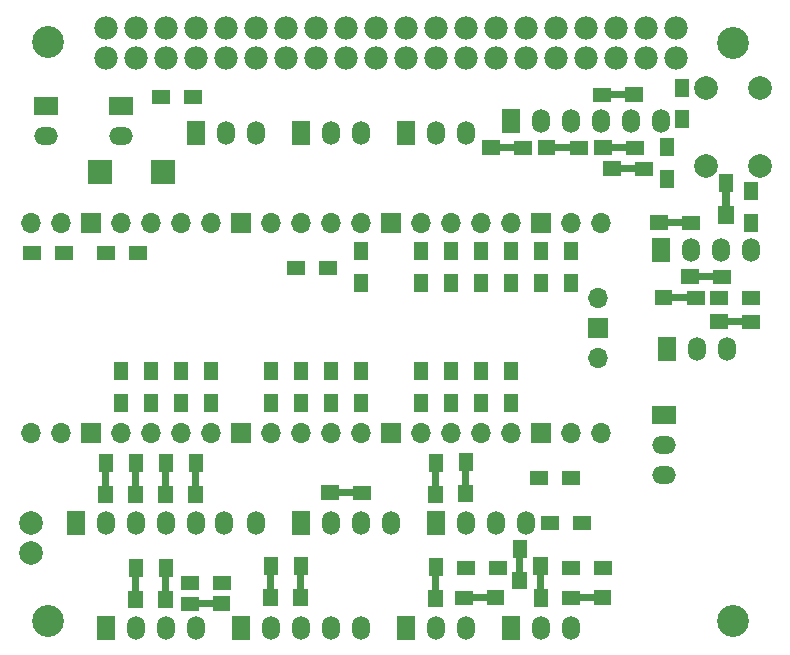
<source format=gbr>
%TF.GenerationSoftware,KiCad,Pcbnew,5.1.7-a382d34a8~87~ubuntu20.04.1*%
%TF.CreationDate,2021-04-14T12:00:42+02:00*%
%TF.ProjectId,pico_on_raspi,7069636f-5f6f-46e5-9f72-617370692e6b,rev?*%
%TF.SameCoordinates,Original*%
%TF.FileFunction,Soldermask,Bot*%
%TF.FilePolarity,Negative*%
%FSLAX46Y46*%
G04 Gerber Fmt 4.6, Leading zero omitted, Abs format (unit mm)*
G04 Created by KiCad (PCBNEW 5.1.7-a382d34a8~87~ubuntu20.04.1) date 2021-04-14 12:00:42*
%MOMM*%
%LPD*%
G01*
G04 APERTURE LIST*
%ADD10O,1.700000X1.700000*%
%ADD11R,1.700000X1.700000*%
%ADD12C,1.998980*%
%ADD13R,1.300000X1.500000*%
%ADD14C,0.100000*%
%ADD15R,1.500000X1.300000*%
%ADD16O,1.500000X1.998980*%
%ADD17R,1.500000X1.998980*%
%ADD18O,1.998980X1.500000*%
%ADD19R,1.998980X1.500000*%
%ADD20C,2.700000*%
%ADD21C,1.990000*%
%ADD22R,1.998980X1.998980*%
G04 APERTURE END LIST*
D10*
%TO.C,U1*%
X68580000Y-125730000D03*
X71120000Y-125730000D03*
D11*
X73660000Y-125730000D03*
D10*
X76200000Y-125730000D03*
X78740000Y-125730000D03*
X81280000Y-125730000D03*
X83820000Y-125730000D03*
D11*
X86360000Y-125730000D03*
D10*
X88900000Y-125730000D03*
X91440000Y-125730000D03*
X93980000Y-125730000D03*
X96520000Y-125730000D03*
D11*
X99060000Y-125730000D03*
D10*
X101600000Y-125730000D03*
X104140000Y-125730000D03*
X106680000Y-125730000D03*
X109220000Y-125730000D03*
D11*
X111760000Y-125730000D03*
D10*
X114300000Y-125730000D03*
X116840000Y-125730000D03*
X116840000Y-107950000D03*
X114300000Y-107950000D03*
D11*
X111760000Y-107950000D03*
D10*
X109220000Y-107950000D03*
X106680000Y-107950000D03*
X104140000Y-107950000D03*
X101600000Y-107950000D03*
D11*
X99060000Y-107950000D03*
D10*
X96520000Y-107950000D03*
X93980000Y-107950000D03*
X91440000Y-107950000D03*
X88900000Y-107950000D03*
D11*
X86360000Y-107950000D03*
D10*
X83820000Y-107950000D03*
X81280000Y-107950000D03*
X78740000Y-107950000D03*
X76200000Y-107950000D03*
D11*
X73660000Y-107950000D03*
D10*
X71120000Y-107950000D03*
X68580000Y-107950000D03*
X116610000Y-119380000D03*
D11*
X116610000Y-116840000D03*
D10*
X116610000Y-114300000D03*
%TD*%
D12*
%TO.C,SW1*%
X130302000Y-96520000D03*
X125730000Y-96520000D03*
X125730000Y-103124000D03*
X130302000Y-103124000D03*
%TD*%
D13*
%TO.C,R57*%
X122428000Y-104220000D03*
X122428000Y-101520000D03*
%TD*%
D14*
%TO.C,R51*%
G36*
X118526000Y-103074000D02*
G01*
X119888000Y-103074000D01*
X119897755Y-103074961D01*
X119907134Y-103077806D01*
X119915779Y-103082427D01*
X119923355Y-103088645D01*
X119929573Y-103096221D01*
X119934194Y-103104866D01*
X119937039Y-103114245D01*
X119938000Y-103124000D01*
X119938000Y-103632000D01*
X119937039Y-103641755D01*
X119934194Y-103651134D01*
X119929573Y-103659779D01*
X119923355Y-103667355D01*
X119915779Y-103673573D01*
X119907134Y-103678194D01*
X119897755Y-103681039D01*
X119888000Y-103682000D01*
X118526000Y-103682000D01*
X118526000Y-104028000D01*
X117026000Y-104028000D01*
X117026000Y-102728000D01*
X118526000Y-102728000D01*
X118526000Y-103074000D01*
G37*
D15*
X120476000Y-103378000D03*
%TD*%
D13*
%TO.C,R38*%
X114300000Y-113030000D03*
X114300000Y-110330000D03*
%TD*%
D14*
%TO.C,R31*%
G36*
X94650000Y-130506000D02*
G01*
X96012000Y-130506000D01*
X96021755Y-130506961D01*
X96031134Y-130509806D01*
X96039779Y-130514427D01*
X96047355Y-130520645D01*
X96053573Y-130528221D01*
X96058194Y-130536866D01*
X96061039Y-130546245D01*
X96062000Y-130556000D01*
X96062000Y-131064000D01*
X96061039Y-131073755D01*
X96058194Y-131083134D01*
X96053573Y-131091779D01*
X96047355Y-131099355D01*
X96039779Y-131105573D01*
X96031134Y-131110194D01*
X96021755Y-131113039D01*
X96012000Y-131114000D01*
X94650000Y-131114000D01*
X94650000Y-131460000D01*
X93150000Y-131460000D01*
X93150000Y-130160000D01*
X94650000Y-130160000D01*
X94650000Y-130506000D01*
G37*
D15*
X96600000Y-130810000D03*
%TD*%
D16*
%TO.C,J1*%
X82550000Y-133350000D03*
X80010000Y-133350000D03*
X77470000Y-133350000D03*
X74930000Y-133350000D03*
D17*
X72390000Y-133350000D03*
D16*
X87630000Y-133350000D03*
X84963000Y-133350000D03*
%TD*%
%TO.C,J6*%
X96520000Y-142240000D03*
X93980000Y-142240000D03*
X91440000Y-142240000D03*
X88900000Y-142240000D03*
D17*
X86360000Y-142240000D03*
%TD*%
D18*
%TO.C,J13*%
X76200000Y-100584000D03*
D19*
X76200000Y-98044000D03*
%TD*%
D15*
%TO.C,C2*%
X74930000Y-110490000D03*
X77630000Y-110490000D03*
%TD*%
D20*
%TO.C,H1*%
X70020460Y-92676540D03*
%TD*%
%TO.C,H2*%
X128013460Y-92712540D03*
%TD*%
%TO.C,H3*%
X70020460Y-141676540D03*
%TD*%
%TO.C,H4*%
X128020460Y-141676540D03*
%TD*%
D16*
%TO.C,J2*%
X82550000Y-142240000D03*
X80010000Y-142240000D03*
X77470000Y-142240000D03*
D17*
X74930000Y-142240000D03*
%TD*%
D16*
%TO.C,J3*%
X110490000Y-133350000D03*
X107950000Y-133350000D03*
X105410000Y-133350000D03*
D17*
X102870000Y-133350000D03*
%TD*%
D16*
%TO.C,J4*%
X105410000Y-142240000D03*
X102870000Y-142240000D03*
D17*
X100330000Y-142240000D03*
%TD*%
D16*
%TO.C,J5*%
X114300000Y-142240000D03*
X111760000Y-142240000D03*
D17*
X109220000Y-142240000D03*
%TD*%
D16*
%TO.C,J7*%
X99060000Y-133350000D03*
X96520000Y-133350000D03*
X93980000Y-133350000D03*
D17*
X91440000Y-133350000D03*
%TD*%
D12*
%TO.C,J8*%
X68580000Y-135890000D03*
X68580000Y-133350000D03*
%TD*%
D18*
%TO.C,J9*%
X122174000Y-129286000D03*
X122174000Y-126746000D03*
D19*
X122174000Y-124206000D03*
%TD*%
D16*
%TO.C,J14*%
X129540000Y-110236000D03*
X127000000Y-110236000D03*
X124460000Y-110236000D03*
D17*
X121920000Y-110236000D03*
%TD*%
D16*
%TO.C,J15*%
X87630000Y-100330000D03*
X85090000Y-100330000D03*
D17*
X82550000Y-100330000D03*
%TD*%
D16*
%TO.C,J16*%
X96520000Y-100330000D03*
X93980000Y-100330000D03*
D17*
X91440000Y-100330000D03*
%TD*%
D16*
%TO.C,J17*%
X127508000Y-118618000D03*
X124968000Y-118618000D03*
D17*
X122428000Y-118618000D03*
%TD*%
D16*
%TO.C,J18*%
X105410000Y-100330000D03*
X102870000Y-100330000D03*
D17*
X100330000Y-100330000D03*
%TD*%
D16*
%TO.C,J19*%
X121920000Y-99314000D03*
X119380000Y-99314000D03*
X116840000Y-99314000D03*
X114300000Y-99314000D03*
X111760000Y-99314000D03*
D17*
X109220000Y-99314000D03*
%TD*%
D21*
%TO.C,J20*%
X123187460Y-91442540D03*
X123187460Y-93982540D03*
X120647460Y-91442540D03*
X120647460Y-93982540D03*
X118107460Y-91442540D03*
X118107460Y-93982540D03*
X115567460Y-91442540D03*
X115567460Y-93982540D03*
X113027460Y-91442540D03*
X113027460Y-93982540D03*
X110487460Y-91442540D03*
X110487460Y-93982540D03*
X107947460Y-91442540D03*
X107947460Y-93982540D03*
X105407460Y-91442540D03*
X105407460Y-93982540D03*
X102867460Y-91442540D03*
X102867460Y-93982540D03*
X100327460Y-91442540D03*
X100327460Y-93982540D03*
X97787460Y-91442540D03*
X97787460Y-93982540D03*
X95247460Y-91442540D03*
X95247460Y-93982540D03*
X92707460Y-91442540D03*
X92707460Y-93982540D03*
X90167460Y-91442540D03*
X90167460Y-93982540D03*
X87627460Y-91442540D03*
X87627460Y-93982540D03*
X85087460Y-91442540D03*
X85087460Y-93982540D03*
X82547460Y-91442540D03*
X82547460Y-93982540D03*
X80007460Y-91442540D03*
X80007460Y-93982540D03*
X77467460Y-91442540D03*
X77467460Y-93982540D03*
X74927460Y-91442540D03*
X74927460Y-93982540D03*
%TD*%
D14*
%TO.C,R1*%
G36*
X83992000Y-140512000D02*
G01*
X82630000Y-140512000D01*
X82620245Y-140511039D01*
X82610866Y-140508194D01*
X82602221Y-140503573D01*
X82594645Y-140497355D01*
X82588427Y-140489779D01*
X82583806Y-140481134D01*
X82580961Y-140471755D01*
X82580000Y-140462000D01*
X82580000Y-139954000D01*
X82580961Y-139944245D01*
X82583806Y-139934866D01*
X82588427Y-139926221D01*
X82594645Y-139918645D01*
X82602221Y-139912427D01*
X82610866Y-139907806D01*
X82620245Y-139904961D01*
X82630000Y-139904000D01*
X83992000Y-139904000D01*
X83992000Y-139558000D01*
X85492000Y-139558000D01*
X85492000Y-140858000D01*
X83992000Y-140858000D01*
X83992000Y-140512000D01*
G37*
D15*
X82042000Y-140208000D03*
%TD*%
%TO.C,R2*%
X82042000Y-138430000D03*
X84742000Y-138430000D03*
%TD*%
D14*
%TO.C,R3*%
G36*
X109678000Y-137506000D02*
G01*
X109678000Y-136144000D01*
X109678961Y-136134245D01*
X109681806Y-136124866D01*
X109686427Y-136116221D01*
X109692645Y-136108645D01*
X109700221Y-136102427D01*
X109708866Y-136097806D01*
X109718245Y-136094961D01*
X109728000Y-136094000D01*
X110236000Y-136094000D01*
X110245755Y-136094961D01*
X110255134Y-136097806D01*
X110263779Y-136102427D01*
X110271355Y-136108645D01*
X110277573Y-136116221D01*
X110282194Y-136124866D01*
X110285039Y-136134245D01*
X110286000Y-136144000D01*
X110286000Y-137506000D01*
X110632000Y-137506000D01*
X110632000Y-139006000D01*
X109332000Y-139006000D01*
X109332000Y-137506000D01*
X109678000Y-137506000D01*
G37*
D13*
X109982000Y-135556000D03*
%TD*%
D15*
%TO.C,R4*%
X112522000Y-133350000D03*
X115222000Y-133350000D03*
%TD*%
D14*
%TO.C,R5*%
G36*
X107200000Y-140004000D02*
G01*
X105838000Y-140004000D01*
X105828245Y-140003039D01*
X105818866Y-140000194D01*
X105810221Y-139995573D01*
X105802645Y-139989355D01*
X105796427Y-139981779D01*
X105791806Y-139973134D01*
X105788961Y-139963755D01*
X105788000Y-139954000D01*
X105788000Y-139446000D01*
X105788961Y-139436245D01*
X105791806Y-139426866D01*
X105796427Y-139418221D01*
X105802645Y-139410645D01*
X105810221Y-139404427D01*
X105818866Y-139399806D01*
X105828245Y-139396961D01*
X105838000Y-139396000D01*
X107200000Y-139396000D01*
X107200000Y-139050000D01*
X108700000Y-139050000D01*
X108700000Y-140350000D01*
X107200000Y-140350000D01*
X107200000Y-140004000D01*
G37*
D15*
X105250000Y-139700000D03*
%TD*%
%TO.C,R6*%
X105410000Y-137160000D03*
X108110000Y-137160000D03*
%TD*%
D14*
%TO.C,R7*%
G36*
X116250000Y-140004000D02*
G01*
X114888000Y-140004000D01*
X114878245Y-140003039D01*
X114868866Y-140000194D01*
X114860221Y-139995573D01*
X114852645Y-139989355D01*
X114846427Y-139981779D01*
X114841806Y-139973134D01*
X114838961Y-139963755D01*
X114838000Y-139954000D01*
X114838000Y-139446000D01*
X114838961Y-139436245D01*
X114841806Y-139426866D01*
X114846427Y-139418221D01*
X114852645Y-139410645D01*
X114860221Y-139404427D01*
X114868866Y-139399806D01*
X114878245Y-139396961D01*
X114888000Y-139396000D01*
X116250000Y-139396000D01*
X116250000Y-139050000D01*
X117750000Y-139050000D01*
X117750000Y-140350000D01*
X116250000Y-140350000D01*
X116250000Y-140004000D01*
G37*
D15*
X114300000Y-139700000D03*
%TD*%
%TO.C,R8*%
X114300000Y-137160000D03*
X117000000Y-137160000D03*
%TD*%
D14*
%TO.C,R9*%
G36*
X74626000Y-130220000D02*
G01*
X74626000Y-128858000D01*
X74626961Y-128848245D01*
X74629806Y-128838866D01*
X74634427Y-128830221D01*
X74640645Y-128822645D01*
X74648221Y-128816427D01*
X74656866Y-128811806D01*
X74666245Y-128808961D01*
X74676000Y-128808000D01*
X75184000Y-128808000D01*
X75193755Y-128808961D01*
X75203134Y-128811806D01*
X75211779Y-128816427D01*
X75219355Y-128822645D01*
X75225573Y-128830221D01*
X75230194Y-128838866D01*
X75233039Y-128848245D01*
X75234000Y-128858000D01*
X75234000Y-130220000D01*
X75580000Y-130220000D01*
X75580000Y-131720000D01*
X74280000Y-131720000D01*
X74280000Y-130220000D01*
X74626000Y-130220000D01*
G37*
D13*
X74930000Y-128270000D03*
%TD*%
D14*
%TO.C,R10*%
G36*
X77166000Y-130220000D02*
G01*
X77166000Y-128858000D01*
X77166961Y-128848245D01*
X77169806Y-128838866D01*
X77174427Y-128830221D01*
X77180645Y-128822645D01*
X77188221Y-128816427D01*
X77196866Y-128811806D01*
X77206245Y-128808961D01*
X77216000Y-128808000D01*
X77724000Y-128808000D01*
X77733755Y-128808961D01*
X77743134Y-128811806D01*
X77751779Y-128816427D01*
X77759355Y-128822645D01*
X77765573Y-128830221D01*
X77770194Y-128838866D01*
X77773039Y-128848245D01*
X77774000Y-128858000D01*
X77774000Y-130220000D01*
X78120000Y-130220000D01*
X78120000Y-131720000D01*
X76820000Y-131720000D01*
X76820000Y-130220000D01*
X77166000Y-130220000D01*
G37*
D13*
X77470000Y-128270000D03*
%TD*%
D14*
%TO.C,R11*%
G36*
X79706000Y-130220000D02*
G01*
X79706000Y-128858000D01*
X79706961Y-128848245D01*
X79709806Y-128838866D01*
X79714427Y-128830221D01*
X79720645Y-128822645D01*
X79728221Y-128816427D01*
X79736866Y-128811806D01*
X79746245Y-128808961D01*
X79756000Y-128808000D01*
X80264000Y-128808000D01*
X80273755Y-128808961D01*
X80283134Y-128811806D01*
X80291779Y-128816427D01*
X80299355Y-128822645D01*
X80305573Y-128830221D01*
X80310194Y-128838866D01*
X80313039Y-128848245D01*
X80314000Y-128858000D01*
X80314000Y-130220000D01*
X80660000Y-130220000D01*
X80660000Y-131720000D01*
X79360000Y-131720000D01*
X79360000Y-130220000D01*
X79706000Y-130220000D01*
G37*
D13*
X80010000Y-128270000D03*
%TD*%
D14*
%TO.C,R12*%
G36*
X82246000Y-130220000D02*
G01*
X82246000Y-128858000D01*
X82246961Y-128848245D01*
X82249806Y-128838866D01*
X82254427Y-128830221D01*
X82260645Y-128822645D01*
X82268221Y-128816427D01*
X82276866Y-128811806D01*
X82286245Y-128808961D01*
X82296000Y-128808000D01*
X82804000Y-128808000D01*
X82813755Y-128808961D01*
X82823134Y-128811806D01*
X82831779Y-128816427D01*
X82839355Y-128822645D01*
X82845573Y-128830221D01*
X82850194Y-128838866D01*
X82853039Y-128848245D01*
X82854000Y-128858000D01*
X82854000Y-130220000D01*
X83200000Y-130220000D01*
X83200000Y-131720000D01*
X81900000Y-131720000D01*
X81900000Y-130220000D01*
X82246000Y-130220000D01*
G37*
D13*
X82550000Y-128270000D03*
%TD*%
D14*
%TO.C,R13*%
G36*
X102566000Y-139030000D02*
G01*
X102566000Y-137668000D01*
X102566961Y-137658245D01*
X102569806Y-137648866D01*
X102574427Y-137640221D01*
X102580645Y-137632645D01*
X102588221Y-137626427D01*
X102596866Y-137621806D01*
X102606245Y-137618961D01*
X102616000Y-137618000D01*
X103124000Y-137618000D01*
X103133755Y-137618961D01*
X103143134Y-137621806D01*
X103151779Y-137626427D01*
X103159355Y-137632645D01*
X103165573Y-137640221D01*
X103170194Y-137648866D01*
X103173039Y-137658245D01*
X103174000Y-137668000D01*
X103174000Y-139030000D01*
X103520000Y-139030000D01*
X103520000Y-140530000D01*
X102220000Y-140530000D01*
X102220000Y-139030000D01*
X102566000Y-139030000D01*
G37*
D13*
X102870000Y-137080000D03*
%TD*%
%TO.C,R14*%
X76200000Y-120490000D03*
X76200000Y-123190000D03*
%TD*%
%TO.C,R15*%
X78740000Y-120490000D03*
X78740000Y-123190000D03*
%TD*%
D14*
%TO.C,R16*%
G36*
X112064000Y-137750000D02*
G01*
X112064000Y-139112000D01*
X112063039Y-139121755D01*
X112060194Y-139131134D01*
X112055573Y-139139779D01*
X112049355Y-139147355D01*
X112041779Y-139153573D01*
X112033134Y-139158194D01*
X112023755Y-139161039D01*
X112014000Y-139162000D01*
X111506000Y-139162000D01*
X111496245Y-139161039D01*
X111486866Y-139158194D01*
X111478221Y-139153573D01*
X111470645Y-139147355D01*
X111464427Y-139139779D01*
X111459806Y-139131134D01*
X111456961Y-139121755D01*
X111456000Y-139112000D01*
X111456000Y-137750000D01*
X111110000Y-137750000D01*
X111110000Y-136250000D01*
X112410000Y-136250000D01*
X112410000Y-137750000D01*
X112064000Y-137750000D01*
G37*
D13*
X111760000Y-139700000D03*
%TD*%
D14*
%TO.C,R17*%
G36*
X77166000Y-139110000D02*
G01*
X77166000Y-137748000D01*
X77166961Y-137738245D01*
X77169806Y-137728866D01*
X77174427Y-137720221D01*
X77180645Y-137712645D01*
X77188221Y-137706427D01*
X77196866Y-137701806D01*
X77206245Y-137698961D01*
X77216000Y-137698000D01*
X77724000Y-137698000D01*
X77733755Y-137698961D01*
X77743134Y-137701806D01*
X77751779Y-137706427D01*
X77759355Y-137712645D01*
X77765573Y-137720221D01*
X77770194Y-137728866D01*
X77773039Y-137738245D01*
X77774000Y-137748000D01*
X77774000Y-139110000D01*
X78120000Y-139110000D01*
X78120000Y-140610000D01*
X76820000Y-140610000D01*
X76820000Y-139110000D01*
X77166000Y-139110000D01*
G37*
D13*
X77470000Y-137160000D03*
%TD*%
D14*
%TO.C,R18*%
G36*
X79706000Y-139110000D02*
G01*
X79706000Y-137748000D01*
X79706961Y-137738245D01*
X79709806Y-137728866D01*
X79714427Y-137720221D01*
X79720645Y-137712645D01*
X79728221Y-137706427D01*
X79736866Y-137701806D01*
X79746245Y-137698961D01*
X79756000Y-137698000D01*
X80264000Y-137698000D01*
X80273755Y-137698961D01*
X80283134Y-137701806D01*
X80291779Y-137706427D01*
X80299355Y-137712645D01*
X80305573Y-137720221D01*
X80310194Y-137728866D01*
X80313039Y-137738245D01*
X80314000Y-137748000D01*
X80314000Y-139110000D01*
X80660000Y-139110000D01*
X80660000Y-140610000D01*
X79360000Y-140610000D01*
X79360000Y-139110000D01*
X79706000Y-139110000D01*
G37*
D13*
X80010000Y-137160000D03*
%TD*%
D14*
%TO.C,R19*%
G36*
X88596000Y-138950000D02*
G01*
X88596000Y-137588000D01*
X88596961Y-137578245D01*
X88599806Y-137568866D01*
X88604427Y-137560221D01*
X88610645Y-137552645D01*
X88618221Y-137546427D01*
X88626866Y-137541806D01*
X88636245Y-137538961D01*
X88646000Y-137538000D01*
X89154000Y-137538000D01*
X89163755Y-137538961D01*
X89173134Y-137541806D01*
X89181779Y-137546427D01*
X89189355Y-137552645D01*
X89195573Y-137560221D01*
X89200194Y-137568866D01*
X89203039Y-137578245D01*
X89204000Y-137588000D01*
X89204000Y-138950000D01*
X89550000Y-138950000D01*
X89550000Y-140450000D01*
X88250000Y-140450000D01*
X88250000Y-138950000D01*
X88596000Y-138950000D01*
G37*
D13*
X88900000Y-137000000D03*
%TD*%
D14*
%TO.C,R20*%
G36*
X91136000Y-138950000D02*
G01*
X91136000Y-137588000D01*
X91136961Y-137578245D01*
X91139806Y-137568866D01*
X91144427Y-137560221D01*
X91150645Y-137552645D01*
X91158221Y-137546427D01*
X91166866Y-137541806D01*
X91176245Y-137538961D01*
X91186000Y-137538000D01*
X91694000Y-137538000D01*
X91703755Y-137538961D01*
X91713134Y-137541806D01*
X91721779Y-137546427D01*
X91729355Y-137552645D01*
X91735573Y-137560221D01*
X91740194Y-137568866D01*
X91743039Y-137578245D01*
X91744000Y-137588000D01*
X91744000Y-138950000D01*
X92090000Y-138950000D01*
X92090000Y-140450000D01*
X90790000Y-140450000D01*
X90790000Y-138950000D01*
X91136000Y-138950000D01*
G37*
D13*
X91440000Y-137000000D03*
%TD*%
D14*
%TO.C,R21*%
G36*
X102566000Y-130220000D02*
G01*
X102566000Y-128858000D01*
X102566961Y-128848245D01*
X102569806Y-128838866D01*
X102574427Y-128830221D01*
X102580645Y-128822645D01*
X102588221Y-128816427D01*
X102596866Y-128811806D01*
X102606245Y-128808961D01*
X102616000Y-128808000D01*
X103124000Y-128808000D01*
X103133755Y-128808961D01*
X103143134Y-128811806D01*
X103151779Y-128816427D01*
X103159355Y-128822645D01*
X103165573Y-128830221D01*
X103170194Y-128838866D01*
X103173039Y-128848245D01*
X103174000Y-128858000D01*
X103174000Y-130220000D01*
X103520000Y-130220000D01*
X103520000Y-131720000D01*
X102220000Y-131720000D01*
X102220000Y-130220000D01*
X102566000Y-130220000D01*
G37*
D13*
X102870000Y-128270000D03*
%TD*%
D14*
%TO.C,R22*%
G36*
X105106000Y-130140000D02*
G01*
X105106000Y-128778000D01*
X105106961Y-128768245D01*
X105109806Y-128758866D01*
X105114427Y-128750221D01*
X105120645Y-128742645D01*
X105128221Y-128736427D01*
X105136866Y-128731806D01*
X105146245Y-128728961D01*
X105156000Y-128728000D01*
X105664000Y-128728000D01*
X105673755Y-128728961D01*
X105683134Y-128731806D01*
X105691779Y-128736427D01*
X105699355Y-128742645D01*
X105705573Y-128750221D01*
X105710194Y-128758866D01*
X105713039Y-128768245D01*
X105714000Y-128778000D01*
X105714000Y-130140000D01*
X106060000Y-130140000D01*
X106060000Y-131640000D01*
X104760000Y-131640000D01*
X104760000Y-130140000D01*
X105106000Y-130140000D01*
G37*
D13*
X105410000Y-128190000D03*
%TD*%
%TO.C,R23*%
X81280000Y-120490000D03*
X81280000Y-123190000D03*
%TD*%
%TO.C,R24*%
X88900000Y-120490000D03*
X88900000Y-123190000D03*
%TD*%
%TO.C,R25*%
X109220000Y-120490000D03*
X109220000Y-123190000D03*
%TD*%
%TO.C,R26*%
X83820000Y-120490000D03*
X83820000Y-123190000D03*
%TD*%
%TO.C,R27*%
X91440000Y-120490000D03*
X91440000Y-123190000D03*
%TD*%
%TO.C,R28*%
X106680000Y-120490000D03*
X106680000Y-123190000D03*
%TD*%
%TO.C,R29*%
X93980000Y-120490000D03*
X93980000Y-123190000D03*
%TD*%
%TO.C,R30*%
X104140000Y-120490000D03*
X104140000Y-123190000D03*
%TD*%
%TO.C,R32*%
X96520000Y-120490000D03*
X96520000Y-123190000D03*
%TD*%
%TO.C,R33*%
X101600000Y-120490000D03*
X101600000Y-123190000D03*
%TD*%
D15*
%TO.C,R34*%
X111600000Y-129540000D03*
X114300000Y-129540000D03*
%TD*%
D13*
%TO.C,R35*%
X101600000Y-113030000D03*
X101600000Y-110330000D03*
%TD*%
D15*
%TO.C,R36*%
X71374000Y-110490000D03*
X68674000Y-110490000D03*
%TD*%
D13*
%TO.C,R37*%
X104140000Y-113030000D03*
X104140000Y-110330000D03*
%TD*%
%TO.C,R39*%
X106680000Y-113030000D03*
X106680000Y-110330000D03*
%TD*%
%TO.C,R40*%
X111760000Y-113030000D03*
X111760000Y-110330000D03*
%TD*%
D14*
%TO.C,R41*%
G36*
X108286000Y-101296000D02*
G01*
X109648000Y-101296000D01*
X109657755Y-101296961D01*
X109667134Y-101299806D01*
X109675779Y-101304427D01*
X109683355Y-101310645D01*
X109689573Y-101318221D01*
X109694194Y-101326866D01*
X109697039Y-101336245D01*
X109698000Y-101346000D01*
X109698000Y-101854000D01*
X109697039Y-101863755D01*
X109694194Y-101873134D01*
X109689573Y-101881779D01*
X109683355Y-101889355D01*
X109675779Y-101895573D01*
X109667134Y-101900194D01*
X109657755Y-101903039D01*
X109648000Y-101904000D01*
X108286000Y-101904000D01*
X108286000Y-102250000D01*
X106786000Y-102250000D01*
X106786000Y-100950000D01*
X108286000Y-100950000D01*
X108286000Y-101296000D01*
G37*
D15*
X110236000Y-101600000D03*
%TD*%
D13*
%TO.C,R42*%
X109220000Y-113030000D03*
X109220000Y-110330000D03*
%TD*%
%TO.C,R43*%
X123698000Y-96520000D03*
X123698000Y-99220000D03*
%TD*%
D15*
%TO.C,R44*%
X91026000Y-111760000D03*
X93726000Y-111760000D03*
%TD*%
D14*
%TO.C,R45*%
G36*
X122510000Y-107646000D02*
G01*
X123872000Y-107646000D01*
X123881755Y-107646961D01*
X123891134Y-107649806D01*
X123899779Y-107654427D01*
X123907355Y-107660645D01*
X123913573Y-107668221D01*
X123918194Y-107676866D01*
X123921039Y-107686245D01*
X123922000Y-107696000D01*
X123922000Y-108204000D01*
X123921039Y-108213755D01*
X123918194Y-108223134D01*
X123913573Y-108231779D01*
X123907355Y-108239355D01*
X123899779Y-108245573D01*
X123891134Y-108250194D01*
X123881755Y-108253039D01*
X123872000Y-108254000D01*
X122510000Y-108254000D01*
X122510000Y-108600000D01*
X121010000Y-108600000D01*
X121010000Y-107300000D01*
X122510000Y-107300000D01*
X122510000Y-107646000D01*
G37*
D15*
X124460000Y-107950000D03*
%TD*%
D14*
%TO.C,R46*%
G36*
X125130000Y-112218000D02*
G01*
X126492000Y-112218000D01*
X126501755Y-112218961D01*
X126511134Y-112221806D01*
X126519779Y-112226427D01*
X126527355Y-112232645D01*
X126533573Y-112240221D01*
X126538194Y-112248866D01*
X126541039Y-112258245D01*
X126542000Y-112268000D01*
X126542000Y-112776000D01*
X126541039Y-112785755D01*
X126538194Y-112795134D01*
X126533573Y-112803779D01*
X126527355Y-112811355D01*
X126519779Y-112817573D01*
X126511134Y-112822194D01*
X126501755Y-112825039D01*
X126492000Y-112826000D01*
X125130000Y-112826000D01*
X125130000Y-113172000D01*
X123630000Y-113172000D01*
X123630000Y-111872000D01*
X125130000Y-111872000D01*
X125130000Y-112218000D01*
G37*
D15*
X127080000Y-112522000D03*
%TD*%
D14*
%TO.C,R47*%
G36*
X113018000Y-101296000D02*
G01*
X114380000Y-101296000D01*
X114389755Y-101296961D01*
X114399134Y-101299806D01*
X114407779Y-101304427D01*
X114415355Y-101310645D01*
X114421573Y-101318221D01*
X114426194Y-101326866D01*
X114429039Y-101336245D01*
X114430000Y-101346000D01*
X114430000Y-101854000D01*
X114429039Y-101863755D01*
X114426194Y-101873134D01*
X114421573Y-101881779D01*
X114415355Y-101889355D01*
X114407779Y-101895573D01*
X114399134Y-101900194D01*
X114389755Y-101903039D01*
X114380000Y-101904000D01*
X113018000Y-101904000D01*
X113018000Y-102250000D01*
X111518000Y-102250000D01*
X111518000Y-100950000D01*
X113018000Y-100950000D01*
X113018000Y-101296000D01*
G37*
D15*
X114968000Y-101600000D03*
%TD*%
D14*
%TO.C,R48*%
G36*
X117764000Y-101296000D02*
G01*
X119126000Y-101296000D01*
X119135755Y-101296961D01*
X119145134Y-101299806D01*
X119153779Y-101304427D01*
X119161355Y-101310645D01*
X119167573Y-101318221D01*
X119172194Y-101326866D01*
X119175039Y-101336245D01*
X119176000Y-101346000D01*
X119176000Y-101854000D01*
X119175039Y-101863755D01*
X119172194Y-101873134D01*
X119167573Y-101881779D01*
X119161355Y-101889355D01*
X119153779Y-101895573D01*
X119145134Y-101900194D01*
X119135755Y-101903039D01*
X119126000Y-101904000D01*
X117764000Y-101904000D01*
X117764000Y-102250000D01*
X116264000Y-102250000D01*
X116264000Y-100950000D01*
X117764000Y-100950000D01*
X117764000Y-101296000D01*
G37*
D15*
X119714000Y-101600000D03*
%TD*%
D14*
%TO.C,R49*%
G36*
X127153200Y-106568800D02*
G01*
X127153200Y-105206800D01*
X127154161Y-105197045D01*
X127157006Y-105187666D01*
X127161627Y-105179021D01*
X127167845Y-105171445D01*
X127175421Y-105165227D01*
X127184066Y-105160606D01*
X127193445Y-105157761D01*
X127203200Y-105156800D01*
X127711200Y-105156800D01*
X127720955Y-105157761D01*
X127730334Y-105160606D01*
X127738979Y-105165227D01*
X127746555Y-105171445D01*
X127752773Y-105179021D01*
X127757394Y-105187666D01*
X127760239Y-105197045D01*
X127761200Y-105206800D01*
X127761200Y-106568800D01*
X128107200Y-106568800D01*
X128107200Y-108068800D01*
X126807200Y-108068800D01*
X126807200Y-106568800D01*
X127153200Y-106568800D01*
G37*
D13*
X127457200Y-104618800D03*
%TD*%
%TO.C,R50*%
X129540000Y-105250000D03*
X129540000Y-107950000D03*
%TD*%
%TO.C,R52*%
X96520000Y-110330000D03*
X96520000Y-113030000D03*
%TD*%
D14*
%TO.C,R53*%
G36*
X127590000Y-116028000D02*
G01*
X128952000Y-116028000D01*
X128961755Y-116028961D01*
X128971134Y-116031806D01*
X128979779Y-116036427D01*
X128987355Y-116042645D01*
X128993573Y-116050221D01*
X128998194Y-116058866D01*
X129001039Y-116068245D01*
X129002000Y-116078000D01*
X129002000Y-116586000D01*
X129001039Y-116595755D01*
X128998194Y-116605134D01*
X128993573Y-116613779D01*
X128987355Y-116621355D01*
X128979779Y-116627573D01*
X128971134Y-116632194D01*
X128961755Y-116635039D01*
X128952000Y-116636000D01*
X127590000Y-116636000D01*
X127590000Y-116982000D01*
X126090000Y-116982000D01*
X126090000Y-115682000D01*
X127590000Y-115682000D01*
X127590000Y-116028000D01*
G37*
D15*
X129540000Y-116332000D03*
%TD*%
%TO.C,R54*%
X129540000Y-114300000D03*
X126840000Y-114300000D03*
%TD*%
D14*
%TO.C,R55*%
G36*
X122924000Y-113996000D02*
G01*
X124286000Y-113996000D01*
X124295755Y-113996961D01*
X124305134Y-113999806D01*
X124313779Y-114004427D01*
X124321355Y-114010645D01*
X124327573Y-114018221D01*
X124332194Y-114026866D01*
X124335039Y-114036245D01*
X124336000Y-114046000D01*
X124336000Y-114554000D01*
X124335039Y-114563755D01*
X124332194Y-114573134D01*
X124327573Y-114581779D01*
X124321355Y-114589355D01*
X124313779Y-114595573D01*
X124305134Y-114600194D01*
X124295755Y-114603039D01*
X124286000Y-114604000D01*
X122924000Y-114604000D01*
X122924000Y-114950000D01*
X121424000Y-114950000D01*
X121424000Y-113650000D01*
X122924000Y-113650000D01*
X122924000Y-113996000D01*
G37*
D15*
X124874000Y-114300000D03*
%TD*%
D14*
%TO.C,R56*%
G36*
X118887800Y-97433600D02*
G01*
X117525800Y-97433600D01*
X117516045Y-97432639D01*
X117506666Y-97429794D01*
X117498021Y-97425173D01*
X117490445Y-97418955D01*
X117484227Y-97411379D01*
X117479606Y-97402734D01*
X117476761Y-97393355D01*
X117475800Y-97383600D01*
X117475800Y-96875600D01*
X117476761Y-96865845D01*
X117479606Y-96856466D01*
X117484227Y-96847821D01*
X117490445Y-96840245D01*
X117498021Y-96834027D01*
X117506666Y-96829406D01*
X117516045Y-96826561D01*
X117525800Y-96825600D01*
X118887800Y-96825600D01*
X118887800Y-96479600D01*
X120387800Y-96479600D01*
X120387800Y-97779600D01*
X118887800Y-97779600D01*
X118887800Y-97433600D01*
G37*
D15*
X116937800Y-97129600D03*
%TD*%
%TO.C,R58*%
X82296000Y-97282000D03*
X79596000Y-97282000D03*
%TD*%
D18*
%TO.C,J10*%
X69850000Y-100584000D03*
D19*
X69850000Y-98044000D03*
%TD*%
D22*
%TO.C,J11*%
X74422000Y-103632000D03*
%TD*%
%TO.C,J12*%
X79756000Y-103632000D03*
%TD*%
M02*

</source>
